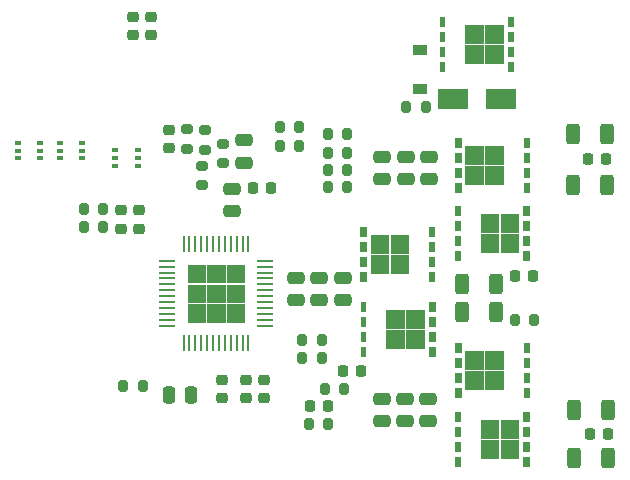
<source format=gtp>
G04 #@! TF.GenerationSoftware,KiCad,Pcbnew,6.0.1-79c1e3a40b~116~ubuntu20.04.1*
G04 #@! TF.CreationDate,2022-01-22T12:05:39+02:00*
G04 #@! TF.ProjectId,opm-inline,6f706d2d-696e-46c6-996e-652e6b696361,rev?*
G04 #@! TF.SameCoordinates,Original*
G04 #@! TF.FileFunction,Paste,Top*
G04 #@! TF.FilePolarity,Positive*
%FSLAX46Y46*%
G04 Gerber Fmt 4.6, Leading zero omitted, Abs format (unit mm)*
G04 Created by KiCad (PCBNEW 6.0.1-79c1e3a40b~116~ubuntu20.04.1) date 2022-01-22 12:05:39*
%MOMM*%
%LPD*%
G01*
G04 APERTURE LIST*
G04 Aperture macros list*
%AMRoundRect*
0 Rectangle with rounded corners*
0 $1 Rounding radius*
0 $2 $3 $4 $5 $6 $7 $8 $9 X,Y pos of 4 corners*
0 Add a 4 corners polygon primitive as box body*
4,1,4,$2,$3,$4,$5,$6,$7,$8,$9,$2,$3,0*
0 Add four circle primitives for the rounded corners*
1,1,$1+$1,$2,$3*
1,1,$1+$1,$4,$5*
1,1,$1+$1,$6,$7*
1,1,$1+$1,$8,$9*
0 Add four rect primitives between the rounded corners*
20,1,$1+$1,$2,$3,$4,$5,0*
20,1,$1+$1,$4,$5,$6,$7,0*
20,1,$1+$1,$6,$7,$8,$9,0*
20,1,$1+$1,$8,$9,$2,$3,0*%
G04 Aperture macros list end*
%ADD10C,0.100000*%
%ADD11C,0.010000*%
%ADD12RoundRect,0.225000X0.250000X-0.225000X0.250000X0.225000X-0.250000X0.225000X-0.250000X-0.225000X0*%
%ADD13RoundRect,0.225000X0.225000X0.250000X-0.225000X0.250000X-0.225000X-0.250000X0.225000X-0.250000X0*%
%ADD14RoundRect,0.225000X-0.225000X-0.250000X0.225000X-0.250000X0.225000X0.250000X-0.225000X0.250000X0*%
%ADD15RoundRect,0.225000X-0.250000X0.225000X-0.250000X-0.225000X0.250000X-0.225000X0.250000X0.225000X0*%
%ADD16RoundRect,0.218750X0.256250X-0.218750X0.256250X0.218750X-0.256250X0.218750X-0.256250X-0.218750X0*%
%ADD17R,0.279400X1.346200*%
%ADD18R,1.346200X0.279400*%
%ADD19RoundRect,0.200000X0.200000X0.275000X-0.200000X0.275000X-0.200000X-0.275000X0.200000X-0.275000X0*%
%ADD20RoundRect,0.200000X0.275000X-0.200000X0.275000X0.200000X-0.275000X0.200000X-0.275000X-0.200000X0*%
%ADD21RoundRect,0.200000X-0.200000X-0.275000X0.200000X-0.275000X0.200000X0.275000X-0.200000X0.275000X0*%
%ADD22RoundRect,0.250000X0.475000X-0.250000X0.475000X0.250000X-0.475000X0.250000X-0.475000X-0.250000X0*%
%ADD23RoundRect,0.250000X0.250000X0.475000X-0.250000X0.475000X-0.250000X-0.475000X0.250000X-0.475000X0*%
%ADD24RoundRect,0.250000X0.312500X0.625000X-0.312500X0.625000X-0.312500X-0.625000X0.312500X-0.625000X0*%
%ADD25RoundRect,0.250000X-0.475000X0.250000X-0.475000X-0.250000X0.475000X-0.250000X0.475000X0.250000X0*%
%ADD26R,1.200000X0.900000*%
%ADD27R,2.500000X1.800000*%
%ADD28R,0.499999X0.399999*%
G04 APERTURE END LIST*
D10*
G04 #@! TO.C,IC1*
X151156034Y-88538100D02*
X149688100Y-88538100D01*
X149688100Y-88538100D02*
X149688100Y-90006034D01*
X149688100Y-90006034D02*
X151156034Y-90006034D01*
X151156034Y-90006034D02*
X151156034Y-88538100D01*
G36*
X151156034Y-90006034D02*
G01*
X149688100Y-90006034D01*
X149688100Y-88538100D01*
X151156034Y-88538100D01*
X151156034Y-90006034D01*
G37*
X151156034Y-90006034D02*
X149688100Y-90006034D01*
X149688100Y-88538100D01*
X151156034Y-88538100D01*
X151156034Y-90006034D01*
X152823967Y-88538100D02*
X151356033Y-88538100D01*
X151356033Y-88538100D02*
X151356033Y-90006034D01*
X151356033Y-90006034D02*
X152823967Y-90006034D01*
X152823967Y-90006034D02*
X152823967Y-88538100D01*
G36*
X152823967Y-90006034D02*
G01*
X151356033Y-90006034D01*
X151356033Y-88538100D01*
X152823967Y-88538100D01*
X152823967Y-90006034D01*
G37*
X152823967Y-90006034D02*
X151356033Y-90006034D01*
X151356033Y-88538100D01*
X152823967Y-88538100D01*
X152823967Y-90006034D01*
X151156034Y-91873966D02*
X149688100Y-91873966D01*
X149688100Y-91873966D02*
X149688100Y-93341900D01*
X149688100Y-93341900D02*
X151156034Y-93341900D01*
X151156034Y-93341900D02*
X151156034Y-91873966D01*
G36*
X151156034Y-93341900D02*
G01*
X149688100Y-93341900D01*
X149688100Y-91873966D01*
X151156034Y-91873966D01*
X151156034Y-93341900D01*
G37*
X151156034Y-93341900D02*
X149688100Y-93341900D01*
X149688100Y-91873966D01*
X151156034Y-91873966D01*
X151156034Y-93341900D01*
X152823967Y-90206033D02*
X151356033Y-90206033D01*
X151356033Y-90206033D02*
X151356033Y-91673967D01*
X151356033Y-91673967D02*
X152823967Y-91673967D01*
X152823967Y-91673967D02*
X152823967Y-90206033D01*
G36*
X152823967Y-91673967D02*
G01*
X151356033Y-91673967D01*
X151356033Y-90206033D01*
X152823967Y-90206033D01*
X152823967Y-91673967D01*
G37*
X152823967Y-91673967D02*
X151356033Y-91673967D01*
X151356033Y-90206033D01*
X152823967Y-90206033D01*
X152823967Y-91673967D01*
X154491900Y-90206033D02*
X153023966Y-90206033D01*
X153023966Y-90206033D02*
X153023966Y-91673967D01*
X153023966Y-91673967D02*
X154491900Y-91673967D01*
X154491900Y-91673967D02*
X154491900Y-90206033D01*
G36*
X154491900Y-91673967D02*
G01*
X153023966Y-91673967D01*
X153023966Y-90206033D01*
X154491900Y-90206033D01*
X154491900Y-91673967D01*
G37*
X154491900Y-91673967D02*
X153023966Y-91673967D01*
X153023966Y-90206033D01*
X154491900Y-90206033D01*
X154491900Y-91673967D01*
X151156034Y-90206033D02*
X149688100Y-90206033D01*
X149688100Y-90206033D02*
X149688100Y-91673967D01*
X149688100Y-91673967D02*
X151156034Y-91673967D01*
X151156034Y-91673967D02*
X151156034Y-90206033D01*
G36*
X151156034Y-91673967D02*
G01*
X149688100Y-91673967D01*
X149688100Y-90206033D01*
X151156034Y-90206033D01*
X151156034Y-91673967D01*
G37*
X151156034Y-91673967D02*
X149688100Y-91673967D01*
X149688100Y-90206033D01*
X151156034Y-90206033D01*
X151156034Y-91673967D01*
X154491900Y-91873966D02*
X153023966Y-91873966D01*
X153023966Y-91873966D02*
X153023966Y-93341900D01*
X153023966Y-93341900D02*
X154491900Y-93341900D01*
X154491900Y-93341900D02*
X154491900Y-91873966D01*
G36*
X154491900Y-93341900D02*
G01*
X153023966Y-93341900D01*
X153023966Y-91873966D01*
X154491900Y-91873966D01*
X154491900Y-93341900D01*
G37*
X154491900Y-93341900D02*
X153023966Y-93341900D01*
X153023966Y-91873966D01*
X154491900Y-91873966D01*
X154491900Y-93341900D01*
X154491900Y-88538100D02*
X153023966Y-88538100D01*
X153023966Y-88538100D02*
X153023966Y-90006034D01*
X153023966Y-90006034D02*
X154491900Y-90006034D01*
X154491900Y-90006034D02*
X154491900Y-88538100D01*
G36*
X154491900Y-90006034D02*
G01*
X153023966Y-90006034D01*
X153023966Y-88538100D01*
X154491900Y-88538100D01*
X154491900Y-90006034D01*
G37*
X154491900Y-90006034D02*
X153023966Y-90006034D01*
X153023966Y-88538100D01*
X154491900Y-88538100D01*
X154491900Y-90006034D01*
X152823967Y-91873966D02*
X151356033Y-91873966D01*
X151356033Y-91873966D02*
X151356033Y-93341900D01*
X151356033Y-93341900D02*
X152823967Y-93341900D01*
X152823967Y-93341900D02*
X152823967Y-91873966D01*
G36*
X152823967Y-93341900D02*
G01*
X151356033Y-93341900D01*
X151356033Y-91873966D01*
X152823967Y-91873966D01*
X152823967Y-93341900D01*
G37*
X152823967Y-93341900D02*
X151356033Y-93341900D01*
X151356033Y-91873966D01*
X152823967Y-91873966D01*
X152823967Y-93341900D01*
D11*
G04 #@! TO.C,Q1*
X174700000Y-81710000D02*
X173200000Y-81710000D01*
X173200000Y-81710000D02*
X173200000Y-80210000D01*
X173200000Y-80210000D02*
X174700000Y-80210000D01*
X174700000Y-80210000D02*
X174700000Y-81710000D01*
G36*
X174700000Y-81710000D02*
G01*
X173200000Y-81710000D01*
X173200000Y-80210000D01*
X174700000Y-80210000D01*
X174700000Y-81710000D01*
G37*
X174700000Y-81710000D02*
X173200000Y-81710000D01*
X173200000Y-80210000D01*
X174700000Y-80210000D01*
X174700000Y-81710000D01*
X172795000Y-82390000D02*
X172295000Y-82390000D01*
X172295000Y-82390000D02*
X172295000Y-81640000D01*
X172295000Y-81640000D02*
X172795000Y-81640000D01*
X172795000Y-81640000D02*
X172795000Y-82390000D01*
G36*
X172795000Y-82390000D02*
G01*
X172295000Y-82390000D01*
X172295000Y-81640000D01*
X172795000Y-81640000D01*
X172795000Y-82390000D01*
G37*
X172795000Y-82390000D02*
X172295000Y-82390000D01*
X172295000Y-81640000D01*
X172795000Y-81640000D01*
X172795000Y-82390000D01*
X172795000Y-79850000D02*
X172295000Y-79850000D01*
X172295000Y-79850000D02*
X172295000Y-79100000D01*
X172295000Y-79100000D02*
X172795000Y-79100000D01*
X172795000Y-79100000D02*
X172795000Y-79850000D01*
G36*
X172795000Y-79850000D02*
G01*
X172295000Y-79850000D01*
X172295000Y-79100000D01*
X172795000Y-79100000D01*
X172795000Y-79850000D01*
G37*
X172795000Y-79850000D02*
X172295000Y-79850000D01*
X172295000Y-79100000D01*
X172795000Y-79100000D01*
X172795000Y-79850000D01*
X178550000Y-79850000D02*
X178150000Y-79850000D01*
X178150000Y-79850000D02*
X178150000Y-79100000D01*
X178150000Y-79100000D02*
X178550000Y-79100000D01*
X178550000Y-79100000D02*
X178550000Y-79850000D01*
G36*
X178550000Y-79850000D02*
G01*
X178150000Y-79850000D01*
X178150000Y-79100000D01*
X178550000Y-79100000D01*
X178550000Y-79850000D01*
G37*
X178550000Y-79850000D02*
X178150000Y-79850000D01*
X178150000Y-79100000D01*
X178550000Y-79100000D01*
X178550000Y-79850000D01*
X174700000Y-80010000D02*
X173200000Y-80010000D01*
X173200000Y-80010000D02*
X173200000Y-78510000D01*
X173200000Y-78510000D02*
X174700000Y-78510000D01*
X174700000Y-78510000D02*
X174700000Y-80010000D01*
G36*
X174700000Y-80010000D02*
G01*
X173200000Y-80010000D01*
X173200000Y-78510000D01*
X174700000Y-78510000D01*
X174700000Y-80010000D01*
G37*
X174700000Y-80010000D02*
X173200000Y-80010000D01*
X173200000Y-78510000D01*
X174700000Y-78510000D01*
X174700000Y-80010000D01*
X172795000Y-81120000D02*
X172295000Y-81120000D01*
X172295000Y-81120000D02*
X172295000Y-80370000D01*
X172295000Y-80370000D02*
X172795000Y-80370000D01*
X172795000Y-80370000D02*
X172795000Y-81120000D01*
G36*
X172795000Y-81120000D02*
G01*
X172295000Y-81120000D01*
X172295000Y-80370000D01*
X172795000Y-80370000D01*
X172795000Y-81120000D01*
G37*
X172795000Y-81120000D02*
X172295000Y-81120000D01*
X172295000Y-80370000D01*
X172795000Y-80370000D01*
X172795000Y-81120000D01*
X178550000Y-81120000D02*
X178150000Y-81120000D01*
X178150000Y-81120000D02*
X178150000Y-80370000D01*
X178150000Y-80370000D02*
X178550000Y-80370000D01*
X178550000Y-80370000D02*
X178550000Y-81120000D01*
G36*
X178550000Y-81120000D02*
G01*
X178150000Y-81120000D01*
X178150000Y-80370000D01*
X178550000Y-80370000D01*
X178550000Y-81120000D01*
G37*
X178550000Y-81120000D02*
X178150000Y-81120000D01*
X178150000Y-80370000D01*
X178550000Y-80370000D01*
X178550000Y-81120000D01*
X178550000Y-82390000D02*
X178150000Y-82390000D01*
X178150000Y-82390000D02*
X178150000Y-81640000D01*
X178150000Y-81640000D02*
X178550000Y-81640000D01*
X178550000Y-81640000D02*
X178550000Y-82390000D01*
G36*
X178550000Y-82390000D02*
G01*
X178150000Y-82390000D01*
X178150000Y-81640000D01*
X178550000Y-81640000D01*
X178550000Y-82390000D01*
G37*
X178550000Y-82390000D02*
X178150000Y-82390000D01*
X178150000Y-81640000D01*
X178550000Y-81640000D01*
X178550000Y-82390000D01*
X176400000Y-81710000D02*
X174900000Y-81710000D01*
X174900000Y-81710000D02*
X174900000Y-80210000D01*
X174900000Y-80210000D02*
X176400000Y-80210000D01*
X176400000Y-80210000D02*
X176400000Y-81710000D01*
G36*
X176400000Y-81710000D02*
G01*
X174900000Y-81710000D01*
X174900000Y-80210000D01*
X176400000Y-80210000D01*
X176400000Y-81710000D01*
G37*
X176400000Y-81710000D02*
X174900000Y-81710000D01*
X174900000Y-80210000D01*
X176400000Y-80210000D01*
X176400000Y-81710000D01*
X176400000Y-80010000D02*
X174900000Y-80010000D01*
X174900000Y-80010000D02*
X174900000Y-78510000D01*
X174900000Y-78510000D02*
X176400000Y-78510000D01*
X176400000Y-78510000D02*
X176400000Y-80010000D01*
G36*
X176400000Y-80010000D02*
G01*
X174900000Y-80010000D01*
X174900000Y-78510000D01*
X176400000Y-78510000D01*
X176400000Y-80010000D01*
G37*
X176400000Y-80010000D02*
X174900000Y-80010000D01*
X174900000Y-78510000D01*
X176400000Y-78510000D01*
X176400000Y-80010000D01*
X178550000Y-78580000D02*
X178150000Y-78580000D01*
X178150000Y-78580000D02*
X178150000Y-77830000D01*
X178150000Y-77830000D02*
X178550000Y-77830000D01*
X178550000Y-77830000D02*
X178550000Y-78580000D01*
G36*
X178550000Y-78580000D02*
G01*
X178150000Y-78580000D01*
X178150000Y-77830000D01*
X178550000Y-77830000D01*
X178550000Y-78580000D01*
G37*
X178550000Y-78580000D02*
X178150000Y-78580000D01*
X178150000Y-77830000D01*
X178550000Y-77830000D01*
X178550000Y-78580000D01*
X172795000Y-78580000D02*
X172295000Y-78580000D01*
X172295000Y-78580000D02*
X172295000Y-77830000D01*
X172295000Y-77830000D02*
X172795000Y-77830000D01*
X172795000Y-77830000D02*
X172795000Y-78580000D01*
G36*
X172795000Y-78580000D02*
G01*
X172295000Y-78580000D01*
X172295000Y-77830000D01*
X172795000Y-77830000D01*
X172795000Y-78580000D01*
G37*
X172795000Y-78580000D02*
X172295000Y-78580000D01*
X172295000Y-77830000D01*
X172795000Y-77830000D01*
X172795000Y-78580000D01*
G04 #@! TO.C,Q2*
X174500000Y-85960000D02*
X176000000Y-85960000D01*
X176000000Y-85960000D02*
X176000000Y-87460000D01*
X176000000Y-87460000D02*
X174500000Y-87460000D01*
X174500000Y-87460000D02*
X174500000Y-85960000D01*
G36*
X176000000Y-87460000D02*
G01*
X174500000Y-87460000D01*
X174500000Y-85960000D01*
X176000000Y-85960000D01*
X176000000Y-87460000D01*
G37*
X176000000Y-87460000D02*
X174500000Y-87460000D01*
X174500000Y-85960000D01*
X176000000Y-85960000D01*
X176000000Y-87460000D01*
X176200000Y-84260000D02*
X177700000Y-84260000D01*
X177700000Y-84260000D02*
X177700000Y-85760000D01*
X177700000Y-85760000D02*
X176200000Y-85760000D01*
X176200000Y-85760000D02*
X176200000Y-84260000D01*
G36*
X177700000Y-85760000D02*
G01*
X176200000Y-85760000D01*
X176200000Y-84260000D01*
X177700000Y-84260000D01*
X177700000Y-85760000D01*
G37*
X177700000Y-85760000D02*
X176200000Y-85760000D01*
X176200000Y-84260000D01*
X177700000Y-84260000D01*
X177700000Y-85760000D01*
X178105000Y-83580000D02*
X178605000Y-83580000D01*
X178605000Y-83580000D02*
X178605000Y-84330000D01*
X178605000Y-84330000D02*
X178105000Y-84330000D01*
X178105000Y-84330000D02*
X178105000Y-83580000D01*
G36*
X178605000Y-84330000D02*
G01*
X178105000Y-84330000D01*
X178105000Y-83580000D01*
X178605000Y-83580000D01*
X178605000Y-84330000D01*
G37*
X178605000Y-84330000D02*
X178105000Y-84330000D01*
X178105000Y-83580000D01*
X178605000Y-83580000D01*
X178605000Y-84330000D01*
X178105000Y-87390000D02*
X178605000Y-87390000D01*
X178605000Y-87390000D02*
X178605000Y-88140000D01*
X178605000Y-88140000D02*
X178105000Y-88140000D01*
X178105000Y-88140000D02*
X178105000Y-87390000D01*
G36*
X178605000Y-88140000D02*
G01*
X178105000Y-88140000D01*
X178105000Y-87390000D01*
X178605000Y-87390000D01*
X178605000Y-88140000D01*
G37*
X178605000Y-88140000D02*
X178105000Y-88140000D01*
X178105000Y-87390000D01*
X178605000Y-87390000D01*
X178605000Y-88140000D01*
X172350000Y-86120000D02*
X172750000Y-86120000D01*
X172750000Y-86120000D02*
X172750000Y-86870000D01*
X172750000Y-86870000D02*
X172350000Y-86870000D01*
X172350000Y-86870000D02*
X172350000Y-86120000D01*
G36*
X172750000Y-86870000D02*
G01*
X172350000Y-86870000D01*
X172350000Y-86120000D01*
X172750000Y-86120000D01*
X172750000Y-86870000D01*
G37*
X172750000Y-86870000D02*
X172350000Y-86870000D01*
X172350000Y-86120000D01*
X172750000Y-86120000D01*
X172750000Y-86870000D01*
X176200000Y-85960000D02*
X177700000Y-85960000D01*
X177700000Y-85960000D02*
X177700000Y-87460000D01*
X177700000Y-87460000D02*
X176200000Y-87460000D01*
X176200000Y-87460000D02*
X176200000Y-85960000D01*
G36*
X177700000Y-87460000D02*
G01*
X176200000Y-87460000D01*
X176200000Y-85960000D01*
X177700000Y-85960000D01*
X177700000Y-87460000D01*
G37*
X177700000Y-87460000D02*
X176200000Y-87460000D01*
X176200000Y-85960000D01*
X177700000Y-85960000D01*
X177700000Y-87460000D01*
X174500000Y-84260000D02*
X176000000Y-84260000D01*
X176000000Y-84260000D02*
X176000000Y-85760000D01*
X176000000Y-85760000D02*
X174500000Y-85760000D01*
X174500000Y-85760000D02*
X174500000Y-84260000D01*
G36*
X176000000Y-85760000D02*
G01*
X174500000Y-85760000D01*
X174500000Y-84260000D01*
X176000000Y-84260000D01*
X176000000Y-85760000D01*
G37*
X176000000Y-85760000D02*
X174500000Y-85760000D01*
X174500000Y-84260000D01*
X176000000Y-84260000D01*
X176000000Y-85760000D01*
X178105000Y-84850000D02*
X178605000Y-84850000D01*
X178605000Y-84850000D02*
X178605000Y-85600000D01*
X178605000Y-85600000D02*
X178105000Y-85600000D01*
X178105000Y-85600000D02*
X178105000Y-84850000D01*
G36*
X178605000Y-85600000D02*
G01*
X178105000Y-85600000D01*
X178105000Y-84850000D01*
X178605000Y-84850000D01*
X178605000Y-85600000D01*
G37*
X178605000Y-85600000D02*
X178105000Y-85600000D01*
X178105000Y-84850000D01*
X178605000Y-84850000D01*
X178605000Y-85600000D01*
X172350000Y-84850000D02*
X172750000Y-84850000D01*
X172750000Y-84850000D02*
X172750000Y-85600000D01*
X172750000Y-85600000D02*
X172350000Y-85600000D01*
X172350000Y-85600000D02*
X172350000Y-84850000D01*
G36*
X172750000Y-85600000D02*
G01*
X172350000Y-85600000D01*
X172350000Y-84850000D01*
X172750000Y-84850000D01*
X172750000Y-85600000D01*
G37*
X172750000Y-85600000D02*
X172350000Y-85600000D01*
X172350000Y-84850000D01*
X172750000Y-84850000D01*
X172750000Y-85600000D01*
X172350000Y-83580000D02*
X172750000Y-83580000D01*
X172750000Y-83580000D02*
X172750000Y-84330000D01*
X172750000Y-84330000D02*
X172350000Y-84330000D01*
X172350000Y-84330000D02*
X172350000Y-83580000D01*
G36*
X172750000Y-84330000D02*
G01*
X172350000Y-84330000D01*
X172350000Y-83580000D01*
X172750000Y-83580000D01*
X172750000Y-84330000D01*
G37*
X172750000Y-84330000D02*
X172350000Y-84330000D01*
X172350000Y-83580000D01*
X172750000Y-83580000D01*
X172750000Y-84330000D01*
X178105000Y-86120000D02*
X178605000Y-86120000D01*
X178605000Y-86120000D02*
X178605000Y-86870000D01*
X178605000Y-86870000D02*
X178105000Y-86870000D01*
X178105000Y-86870000D02*
X178105000Y-86120000D01*
G36*
X178605000Y-86870000D02*
G01*
X178105000Y-86870000D01*
X178105000Y-86120000D01*
X178605000Y-86120000D01*
X178605000Y-86870000D01*
G37*
X178605000Y-86870000D02*
X178105000Y-86870000D01*
X178105000Y-86120000D01*
X178605000Y-86120000D01*
X178605000Y-86870000D01*
X172350000Y-87390000D02*
X172750000Y-87390000D01*
X172750000Y-87390000D02*
X172750000Y-88140000D01*
X172750000Y-88140000D02*
X172350000Y-88140000D01*
X172350000Y-88140000D02*
X172350000Y-87390000D01*
G36*
X172750000Y-88140000D02*
G01*
X172350000Y-88140000D01*
X172350000Y-87390000D01*
X172750000Y-87390000D01*
X172750000Y-88140000D01*
G37*
X172750000Y-88140000D02*
X172350000Y-88140000D01*
X172350000Y-87390000D01*
X172750000Y-87390000D01*
X172750000Y-88140000D01*
G04 #@! TO.C,Q3*
X172795000Y-98430000D02*
X172295000Y-98430000D01*
X172295000Y-98430000D02*
X172295000Y-97680000D01*
X172295000Y-97680000D02*
X172795000Y-97680000D01*
X172795000Y-97680000D02*
X172795000Y-98430000D01*
G36*
X172795000Y-98430000D02*
G01*
X172295000Y-98430000D01*
X172295000Y-97680000D01*
X172795000Y-97680000D01*
X172795000Y-98430000D01*
G37*
X172795000Y-98430000D02*
X172295000Y-98430000D01*
X172295000Y-97680000D01*
X172795000Y-97680000D01*
X172795000Y-98430000D01*
X178550000Y-99700000D02*
X178150000Y-99700000D01*
X178150000Y-99700000D02*
X178150000Y-98950000D01*
X178150000Y-98950000D02*
X178550000Y-98950000D01*
X178550000Y-98950000D02*
X178550000Y-99700000D01*
G36*
X178550000Y-99700000D02*
G01*
X178150000Y-99700000D01*
X178150000Y-98950000D01*
X178550000Y-98950000D01*
X178550000Y-99700000D01*
G37*
X178550000Y-99700000D02*
X178150000Y-99700000D01*
X178150000Y-98950000D01*
X178550000Y-98950000D01*
X178550000Y-99700000D01*
X172795000Y-97160000D02*
X172295000Y-97160000D01*
X172295000Y-97160000D02*
X172295000Y-96410000D01*
X172295000Y-96410000D02*
X172795000Y-96410000D01*
X172795000Y-96410000D02*
X172795000Y-97160000D01*
G36*
X172795000Y-97160000D02*
G01*
X172295000Y-97160000D01*
X172295000Y-96410000D01*
X172795000Y-96410000D01*
X172795000Y-97160000D01*
G37*
X172795000Y-97160000D02*
X172295000Y-97160000D01*
X172295000Y-96410000D01*
X172795000Y-96410000D01*
X172795000Y-97160000D01*
X176400000Y-99020000D02*
X174900000Y-99020000D01*
X174900000Y-99020000D02*
X174900000Y-97520000D01*
X174900000Y-97520000D02*
X176400000Y-97520000D01*
X176400000Y-97520000D02*
X176400000Y-99020000D01*
G36*
X176400000Y-99020000D02*
G01*
X174900000Y-99020000D01*
X174900000Y-97520000D01*
X176400000Y-97520000D01*
X176400000Y-99020000D01*
G37*
X176400000Y-99020000D02*
X174900000Y-99020000D01*
X174900000Y-97520000D01*
X176400000Y-97520000D01*
X176400000Y-99020000D01*
X174700000Y-99020000D02*
X173200000Y-99020000D01*
X173200000Y-99020000D02*
X173200000Y-97520000D01*
X173200000Y-97520000D02*
X174700000Y-97520000D01*
X174700000Y-97520000D02*
X174700000Y-99020000D01*
G36*
X174700000Y-99020000D02*
G01*
X173200000Y-99020000D01*
X173200000Y-97520000D01*
X174700000Y-97520000D01*
X174700000Y-99020000D01*
G37*
X174700000Y-99020000D02*
X173200000Y-99020000D01*
X173200000Y-97520000D01*
X174700000Y-97520000D01*
X174700000Y-99020000D01*
X174700000Y-97320000D02*
X173200000Y-97320000D01*
X173200000Y-97320000D02*
X173200000Y-95820000D01*
X173200000Y-95820000D02*
X174700000Y-95820000D01*
X174700000Y-95820000D02*
X174700000Y-97320000D01*
G36*
X174700000Y-97320000D02*
G01*
X173200000Y-97320000D01*
X173200000Y-95820000D01*
X174700000Y-95820000D01*
X174700000Y-97320000D01*
G37*
X174700000Y-97320000D02*
X173200000Y-97320000D01*
X173200000Y-95820000D01*
X174700000Y-95820000D01*
X174700000Y-97320000D01*
X178550000Y-97160000D02*
X178150000Y-97160000D01*
X178150000Y-97160000D02*
X178150000Y-96410000D01*
X178150000Y-96410000D02*
X178550000Y-96410000D01*
X178550000Y-96410000D02*
X178550000Y-97160000D01*
G36*
X178550000Y-97160000D02*
G01*
X178150000Y-97160000D01*
X178150000Y-96410000D01*
X178550000Y-96410000D01*
X178550000Y-97160000D01*
G37*
X178550000Y-97160000D02*
X178150000Y-97160000D01*
X178150000Y-96410000D01*
X178550000Y-96410000D01*
X178550000Y-97160000D01*
X172795000Y-95890000D02*
X172295000Y-95890000D01*
X172295000Y-95890000D02*
X172295000Y-95140000D01*
X172295000Y-95140000D02*
X172795000Y-95140000D01*
X172795000Y-95140000D02*
X172795000Y-95890000D01*
G36*
X172795000Y-95890000D02*
G01*
X172295000Y-95890000D01*
X172295000Y-95140000D01*
X172795000Y-95140000D01*
X172795000Y-95890000D01*
G37*
X172795000Y-95890000D02*
X172295000Y-95890000D01*
X172295000Y-95140000D01*
X172795000Y-95140000D01*
X172795000Y-95890000D01*
X172795000Y-99700000D02*
X172295000Y-99700000D01*
X172295000Y-99700000D02*
X172295000Y-98950000D01*
X172295000Y-98950000D02*
X172795000Y-98950000D01*
X172795000Y-98950000D02*
X172795000Y-99700000D01*
G36*
X172795000Y-99700000D02*
G01*
X172295000Y-99700000D01*
X172295000Y-98950000D01*
X172795000Y-98950000D01*
X172795000Y-99700000D01*
G37*
X172795000Y-99700000D02*
X172295000Y-99700000D01*
X172295000Y-98950000D01*
X172795000Y-98950000D01*
X172795000Y-99700000D01*
X178550000Y-95890000D02*
X178150000Y-95890000D01*
X178150000Y-95890000D02*
X178150000Y-95140000D01*
X178150000Y-95140000D02*
X178550000Y-95140000D01*
X178550000Y-95140000D02*
X178550000Y-95890000D01*
G36*
X178550000Y-95890000D02*
G01*
X178150000Y-95890000D01*
X178150000Y-95140000D01*
X178550000Y-95140000D01*
X178550000Y-95890000D01*
G37*
X178550000Y-95890000D02*
X178150000Y-95890000D01*
X178150000Y-95140000D01*
X178550000Y-95140000D01*
X178550000Y-95890000D01*
X178550000Y-98430000D02*
X178150000Y-98430000D01*
X178150000Y-98430000D02*
X178150000Y-97680000D01*
X178150000Y-97680000D02*
X178550000Y-97680000D01*
X178550000Y-97680000D02*
X178550000Y-98430000D01*
G36*
X178550000Y-98430000D02*
G01*
X178150000Y-98430000D01*
X178150000Y-97680000D01*
X178550000Y-97680000D01*
X178550000Y-98430000D01*
G37*
X178550000Y-98430000D02*
X178150000Y-98430000D01*
X178150000Y-97680000D01*
X178550000Y-97680000D01*
X178550000Y-98430000D01*
X176400000Y-97320000D02*
X174900000Y-97320000D01*
X174900000Y-97320000D02*
X174900000Y-95820000D01*
X174900000Y-95820000D02*
X176400000Y-95820000D01*
X176400000Y-95820000D02*
X176400000Y-97320000D01*
G36*
X176400000Y-97320000D02*
G01*
X174900000Y-97320000D01*
X174900000Y-95820000D01*
X176400000Y-95820000D01*
X176400000Y-97320000D01*
G37*
X176400000Y-97320000D02*
X174900000Y-97320000D01*
X174900000Y-95820000D01*
X176400000Y-95820000D01*
X176400000Y-97320000D01*
G04 #@! TO.C,Q4*
X172350000Y-102260000D02*
X172750000Y-102260000D01*
X172750000Y-102260000D02*
X172750000Y-103010000D01*
X172750000Y-103010000D02*
X172350000Y-103010000D01*
X172350000Y-103010000D02*
X172350000Y-102260000D01*
G36*
X172750000Y-103010000D02*
G01*
X172350000Y-103010000D01*
X172350000Y-102260000D01*
X172750000Y-102260000D01*
X172750000Y-103010000D01*
G37*
X172750000Y-103010000D02*
X172350000Y-103010000D01*
X172350000Y-102260000D01*
X172750000Y-102260000D01*
X172750000Y-103010000D01*
X178105000Y-103530000D02*
X178605000Y-103530000D01*
X178605000Y-103530000D02*
X178605000Y-104280000D01*
X178605000Y-104280000D02*
X178105000Y-104280000D01*
X178105000Y-104280000D02*
X178105000Y-103530000D01*
G36*
X178605000Y-104280000D02*
G01*
X178105000Y-104280000D01*
X178105000Y-103530000D01*
X178605000Y-103530000D01*
X178605000Y-104280000D01*
G37*
X178605000Y-104280000D02*
X178105000Y-104280000D01*
X178105000Y-103530000D01*
X178605000Y-103530000D01*
X178605000Y-104280000D01*
X178105000Y-104800000D02*
X178605000Y-104800000D01*
X178605000Y-104800000D02*
X178605000Y-105550000D01*
X178605000Y-105550000D02*
X178105000Y-105550000D01*
X178105000Y-105550000D02*
X178105000Y-104800000D01*
G36*
X178605000Y-105550000D02*
G01*
X178105000Y-105550000D01*
X178105000Y-104800000D01*
X178605000Y-104800000D01*
X178605000Y-105550000D01*
G37*
X178605000Y-105550000D02*
X178105000Y-105550000D01*
X178105000Y-104800000D01*
X178605000Y-104800000D01*
X178605000Y-105550000D01*
X174500000Y-101670000D02*
X176000000Y-101670000D01*
X176000000Y-101670000D02*
X176000000Y-103170000D01*
X176000000Y-103170000D02*
X174500000Y-103170000D01*
X174500000Y-103170000D02*
X174500000Y-101670000D01*
G36*
X176000000Y-103170000D02*
G01*
X174500000Y-103170000D01*
X174500000Y-101670000D01*
X176000000Y-101670000D01*
X176000000Y-103170000D01*
G37*
X176000000Y-103170000D02*
X174500000Y-103170000D01*
X174500000Y-101670000D01*
X176000000Y-101670000D01*
X176000000Y-103170000D01*
X172350000Y-104800000D02*
X172750000Y-104800000D01*
X172750000Y-104800000D02*
X172750000Y-105550000D01*
X172750000Y-105550000D02*
X172350000Y-105550000D01*
X172350000Y-105550000D02*
X172350000Y-104800000D01*
G36*
X172750000Y-105550000D02*
G01*
X172350000Y-105550000D01*
X172350000Y-104800000D01*
X172750000Y-104800000D01*
X172750000Y-105550000D01*
G37*
X172750000Y-105550000D02*
X172350000Y-105550000D01*
X172350000Y-104800000D01*
X172750000Y-104800000D01*
X172750000Y-105550000D01*
X178105000Y-102260000D02*
X178605000Y-102260000D01*
X178605000Y-102260000D02*
X178605000Y-103010000D01*
X178605000Y-103010000D02*
X178105000Y-103010000D01*
X178105000Y-103010000D02*
X178105000Y-102260000D01*
G36*
X178605000Y-103010000D02*
G01*
X178105000Y-103010000D01*
X178105000Y-102260000D01*
X178605000Y-102260000D01*
X178605000Y-103010000D01*
G37*
X178605000Y-103010000D02*
X178105000Y-103010000D01*
X178105000Y-102260000D01*
X178605000Y-102260000D01*
X178605000Y-103010000D01*
X176200000Y-103370000D02*
X177700000Y-103370000D01*
X177700000Y-103370000D02*
X177700000Y-104870000D01*
X177700000Y-104870000D02*
X176200000Y-104870000D01*
X176200000Y-104870000D02*
X176200000Y-103370000D01*
G36*
X177700000Y-104870000D02*
G01*
X176200000Y-104870000D01*
X176200000Y-103370000D01*
X177700000Y-103370000D01*
X177700000Y-104870000D01*
G37*
X177700000Y-104870000D02*
X176200000Y-104870000D01*
X176200000Y-103370000D01*
X177700000Y-103370000D01*
X177700000Y-104870000D01*
X174500000Y-103370000D02*
X176000000Y-103370000D01*
X176000000Y-103370000D02*
X176000000Y-104870000D01*
X176000000Y-104870000D02*
X174500000Y-104870000D01*
X174500000Y-104870000D02*
X174500000Y-103370000D01*
G36*
X176000000Y-104870000D02*
G01*
X174500000Y-104870000D01*
X174500000Y-103370000D01*
X176000000Y-103370000D01*
X176000000Y-104870000D01*
G37*
X176000000Y-104870000D02*
X174500000Y-104870000D01*
X174500000Y-103370000D01*
X176000000Y-103370000D01*
X176000000Y-104870000D01*
X176200000Y-101670000D02*
X177700000Y-101670000D01*
X177700000Y-101670000D02*
X177700000Y-103170000D01*
X177700000Y-103170000D02*
X176200000Y-103170000D01*
X176200000Y-103170000D02*
X176200000Y-101670000D01*
G36*
X177700000Y-103170000D02*
G01*
X176200000Y-103170000D01*
X176200000Y-101670000D01*
X177700000Y-101670000D01*
X177700000Y-103170000D01*
G37*
X177700000Y-103170000D02*
X176200000Y-103170000D01*
X176200000Y-101670000D01*
X177700000Y-101670000D01*
X177700000Y-103170000D01*
X172350000Y-103530000D02*
X172750000Y-103530000D01*
X172750000Y-103530000D02*
X172750000Y-104280000D01*
X172750000Y-104280000D02*
X172350000Y-104280000D01*
X172350000Y-104280000D02*
X172350000Y-103530000D01*
G36*
X172750000Y-104280000D02*
G01*
X172350000Y-104280000D01*
X172350000Y-103530000D01*
X172750000Y-103530000D01*
X172750000Y-104280000D01*
G37*
X172750000Y-104280000D02*
X172350000Y-104280000D01*
X172350000Y-103530000D01*
X172750000Y-103530000D01*
X172750000Y-104280000D01*
X172350000Y-100990000D02*
X172750000Y-100990000D01*
X172750000Y-100990000D02*
X172750000Y-101740000D01*
X172750000Y-101740000D02*
X172350000Y-101740000D01*
X172350000Y-101740000D02*
X172350000Y-100990000D01*
G36*
X172750000Y-101740000D02*
G01*
X172350000Y-101740000D01*
X172350000Y-100990000D01*
X172750000Y-100990000D01*
X172750000Y-101740000D01*
G37*
X172750000Y-101740000D02*
X172350000Y-101740000D01*
X172350000Y-100990000D01*
X172750000Y-100990000D01*
X172750000Y-101740000D01*
X178105000Y-100990000D02*
X178605000Y-100990000D01*
X178605000Y-100990000D02*
X178605000Y-101740000D01*
X178605000Y-101740000D02*
X178105000Y-101740000D01*
X178105000Y-101740000D02*
X178105000Y-100990000D01*
G36*
X178605000Y-101740000D02*
G01*
X178105000Y-101740000D01*
X178105000Y-100990000D01*
X178605000Y-100990000D01*
X178605000Y-101740000D01*
G37*
X178605000Y-101740000D02*
X178105000Y-101740000D01*
X178105000Y-100990000D01*
X178605000Y-100990000D01*
X178605000Y-101740000D01*
G04 #@! TO.C,Q5*
X166680000Y-89230000D02*
X165180000Y-89230000D01*
X165180000Y-89230000D02*
X165180000Y-87730000D01*
X165180000Y-87730000D02*
X166680000Y-87730000D01*
X166680000Y-87730000D02*
X166680000Y-89230000D01*
G36*
X166680000Y-89230000D02*
G01*
X165180000Y-89230000D01*
X165180000Y-87730000D01*
X166680000Y-87730000D01*
X166680000Y-89230000D01*
G37*
X166680000Y-89230000D02*
X165180000Y-89230000D01*
X165180000Y-87730000D01*
X166680000Y-87730000D01*
X166680000Y-89230000D01*
X164775000Y-88640000D02*
X164275000Y-88640000D01*
X164275000Y-88640000D02*
X164275000Y-87890000D01*
X164275000Y-87890000D02*
X164775000Y-87890000D01*
X164775000Y-87890000D02*
X164775000Y-88640000D01*
G36*
X164775000Y-88640000D02*
G01*
X164275000Y-88640000D01*
X164275000Y-87890000D01*
X164775000Y-87890000D01*
X164775000Y-88640000D01*
G37*
X164775000Y-88640000D02*
X164275000Y-88640000D01*
X164275000Y-87890000D01*
X164775000Y-87890000D01*
X164775000Y-88640000D01*
X168380000Y-87530000D02*
X166880000Y-87530000D01*
X166880000Y-87530000D02*
X166880000Y-86030000D01*
X166880000Y-86030000D02*
X168380000Y-86030000D01*
X168380000Y-86030000D02*
X168380000Y-87530000D01*
G36*
X168380000Y-87530000D02*
G01*
X166880000Y-87530000D01*
X166880000Y-86030000D01*
X168380000Y-86030000D01*
X168380000Y-87530000D01*
G37*
X168380000Y-87530000D02*
X166880000Y-87530000D01*
X166880000Y-86030000D01*
X168380000Y-86030000D01*
X168380000Y-87530000D01*
X164775000Y-87370000D02*
X164275000Y-87370000D01*
X164275000Y-87370000D02*
X164275000Y-86620000D01*
X164275000Y-86620000D02*
X164775000Y-86620000D01*
X164775000Y-86620000D02*
X164775000Y-87370000D01*
G36*
X164775000Y-87370000D02*
G01*
X164275000Y-87370000D01*
X164275000Y-86620000D01*
X164775000Y-86620000D01*
X164775000Y-87370000D01*
G37*
X164775000Y-87370000D02*
X164275000Y-87370000D01*
X164275000Y-86620000D01*
X164775000Y-86620000D01*
X164775000Y-87370000D01*
X164775000Y-89910000D02*
X164275000Y-89910000D01*
X164275000Y-89910000D02*
X164275000Y-89160000D01*
X164275000Y-89160000D02*
X164775000Y-89160000D01*
X164775000Y-89160000D02*
X164775000Y-89910000D01*
G36*
X164775000Y-89910000D02*
G01*
X164275000Y-89910000D01*
X164275000Y-89160000D01*
X164775000Y-89160000D01*
X164775000Y-89910000D01*
G37*
X164775000Y-89910000D02*
X164275000Y-89910000D01*
X164275000Y-89160000D01*
X164775000Y-89160000D01*
X164775000Y-89910000D01*
X168380000Y-89230000D02*
X166880000Y-89230000D01*
X166880000Y-89230000D02*
X166880000Y-87730000D01*
X166880000Y-87730000D02*
X168380000Y-87730000D01*
X168380000Y-87730000D02*
X168380000Y-89230000D01*
G36*
X168380000Y-89230000D02*
G01*
X166880000Y-89230000D01*
X166880000Y-87730000D01*
X168380000Y-87730000D01*
X168380000Y-89230000D01*
G37*
X168380000Y-89230000D02*
X166880000Y-89230000D01*
X166880000Y-87730000D01*
X168380000Y-87730000D01*
X168380000Y-89230000D01*
X164775000Y-86100000D02*
X164275000Y-86100000D01*
X164275000Y-86100000D02*
X164275000Y-85350000D01*
X164275000Y-85350000D02*
X164775000Y-85350000D01*
X164775000Y-85350000D02*
X164775000Y-86100000D01*
G36*
X164775000Y-86100000D02*
G01*
X164275000Y-86100000D01*
X164275000Y-85350000D01*
X164775000Y-85350000D01*
X164775000Y-86100000D01*
G37*
X164775000Y-86100000D02*
X164275000Y-86100000D01*
X164275000Y-85350000D01*
X164775000Y-85350000D01*
X164775000Y-86100000D01*
X170530000Y-88640000D02*
X170130000Y-88640000D01*
X170130000Y-88640000D02*
X170130000Y-87890000D01*
X170130000Y-87890000D02*
X170530000Y-87890000D01*
X170530000Y-87890000D02*
X170530000Y-88640000D01*
G36*
X170530000Y-88640000D02*
G01*
X170130000Y-88640000D01*
X170130000Y-87890000D01*
X170530000Y-87890000D01*
X170530000Y-88640000D01*
G37*
X170530000Y-88640000D02*
X170130000Y-88640000D01*
X170130000Y-87890000D01*
X170530000Y-87890000D01*
X170530000Y-88640000D01*
X170530000Y-89910000D02*
X170130000Y-89910000D01*
X170130000Y-89910000D02*
X170130000Y-89160000D01*
X170130000Y-89160000D02*
X170530000Y-89160000D01*
X170530000Y-89160000D02*
X170530000Y-89910000D01*
G36*
X170530000Y-89910000D02*
G01*
X170130000Y-89910000D01*
X170130000Y-89160000D01*
X170530000Y-89160000D01*
X170530000Y-89910000D01*
G37*
X170530000Y-89910000D02*
X170130000Y-89910000D01*
X170130000Y-89160000D01*
X170530000Y-89160000D01*
X170530000Y-89910000D01*
X166680000Y-87530000D02*
X165180000Y-87530000D01*
X165180000Y-87530000D02*
X165180000Y-86030000D01*
X165180000Y-86030000D02*
X166680000Y-86030000D01*
X166680000Y-86030000D02*
X166680000Y-87530000D01*
G36*
X166680000Y-87530000D02*
G01*
X165180000Y-87530000D01*
X165180000Y-86030000D01*
X166680000Y-86030000D01*
X166680000Y-87530000D01*
G37*
X166680000Y-87530000D02*
X165180000Y-87530000D01*
X165180000Y-86030000D01*
X166680000Y-86030000D01*
X166680000Y-87530000D01*
X170530000Y-87370000D02*
X170130000Y-87370000D01*
X170130000Y-87370000D02*
X170130000Y-86620000D01*
X170130000Y-86620000D02*
X170530000Y-86620000D01*
X170530000Y-86620000D02*
X170530000Y-87370000D01*
G36*
X170530000Y-87370000D02*
G01*
X170130000Y-87370000D01*
X170130000Y-86620000D01*
X170530000Y-86620000D01*
X170530000Y-87370000D01*
G37*
X170530000Y-87370000D02*
X170130000Y-87370000D01*
X170130000Y-86620000D01*
X170530000Y-86620000D01*
X170530000Y-87370000D01*
X170530000Y-86100000D02*
X170130000Y-86100000D01*
X170130000Y-86100000D02*
X170130000Y-85350000D01*
X170130000Y-85350000D02*
X170530000Y-85350000D01*
X170530000Y-85350000D02*
X170530000Y-86100000D01*
G36*
X170530000Y-86100000D02*
G01*
X170130000Y-86100000D01*
X170130000Y-85350000D01*
X170530000Y-85350000D01*
X170530000Y-86100000D01*
G37*
X170530000Y-86100000D02*
X170130000Y-86100000D01*
X170130000Y-85350000D01*
X170530000Y-85350000D01*
X170530000Y-86100000D01*
G04 #@! TO.C,Q6*
X164340000Y-91700000D02*
X164740000Y-91700000D01*
X164740000Y-91700000D02*
X164740000Y-92450000D01*
X164740000Y-92450000D02*
X164340000Y-92450000D01*
X164340000Y-92450000D02*
X164340000Y-91700000D01*
G36*
X164740000Y-92450000D02*
G01*
X164340000Y-92450000D01*
X164340000Y-91700000D01*
X164740000Y-91700000D01*
X164740000Y-92450000D01*
G37*
X164740000Y-92450000D02*
X164340000Y-92450000D01*
X164340000Y-91700000D01*
X164740000Y-91700000D01*
X164740000Y-92450000D01*
X166490000Y-92380000D02*
X167990000Y-92380000D01*
X167990000Y-92380000D02*
X167990000Y-93880000D01*
X167990000Y-93880000D02*
X166490000Y-93880000D01*
X166490000Y-93880000D02*
X166490000Y-92380000D01*
G36*
X167990000Y-93880000D02*
G01*
X166490000Y-93880000D01*
X166490000Y-92380000D01*
X167990000Y-92380000D01*
X167990000Y-93880000D01*
G37*
X167990000Y-93880000D02*
X166490000Y-93880000D01*
X166490000Y-92380000D01*
X167990000Y-92380000D01*
X167990000Y-93880000D01*
X168190000Y-94080000D02*
X169690000Y-94080000D01*
X169690000Y-94080000D02*
X169690000Y-95580000D01*
X169690000Y-95580000D02*
X168190000Y-95580000D01*
X168190000Y-95580000D02*
X168190000Y-94080000D01*
G36*
X169690000Y-95580000D02*
G01*
X168190000Y-95580000D01*
X168190000Y-94080000D01*
X169690000Y-94080000D01*
X169690000Y-95580000D01*
G37*
X169690000Y-95580000D02*
X168190000Y-95580000D01*
X168190000Y-94080000D01*
X169690000Y-94080000D01*
X169690000Y-95580000D01*
X170095000Y-91700000D02*
X170595000Y-91700000D01*
X170595000Y-91700000D02*
X170595000Y-92450000D01*
X170595000Y-92450000D02*
X170095000Y-92450000D01*
X170095000Y-92450000D02*
X170095000Y-91700000D01*
G36*
X170595000Y-92450000D02*
G01*
X170095000Y-92450000D01*
X170095000Y-91700000D01*
X170595000Y-91700000D01*
X170595000Y-92450000D01*
G37*
X170595000Y-92450000D02*
X170095000Y-92450000D01*
X170095000Y-91700000D01*
X170595000Y-91700000D01*
X170595000Y-92450000D01*
X164340000Y-94240000D02*
X164740000Y-94240000D01*
X164740000Y-94240000D02*
X164740000Y-94990000D01*
X164740000Y-94990000D02*
X164340000Y-94990000D01*
X164340000Y-94990000D02*
X164340000Y-94240000D01*
G36*
X164740000Y-94990000D02*
G01*
X164340000Y-94990000D01*
X164340000Y-94240000D01*
X164740000Y-94240000D01*
X164740000Y-94990000D01*
G37*
X164740000Y-94990000D02*
X164340000Y-94990000D01*
X164340000Y-94240000D01*
X164740000Y-94240000D01*
X164740000Y-94990000D01*
X166490000Y-94080000D02*
X167990000Y-94080000D01*
X167990000Y-94080000D02*
X167990000Y-95580000D01*
X167990000Y-95580000D02*
X166490000Y-95580000D01*
X166490000Y-95580000D02*
X166490000Y-94080000D01*
G36*
X167990000Y-95580000D02*
G01*
X166490000Y-95580000D01*
X166490000Y-94080000D01*
X167990000Y-94080000D01*
X167990000Y-95580000D01*
G37*
X167990000Y-95580000D02*
X166490000Y-95580000D01*
X166490000Y-94080000D01*
X167990000Y-94080000D01*
X167990000Y-95580000D01*
X164340000Y-92970000D02*
X164740000Y-92970000D01*
X164740000Y-92970000D02*
X164740000Y-93720000D01*
X164740000Y-93720000D02*
X164340000Y-93720000D01*
X164340000Y-93720000D02*
X164340000Y-92970000D01*
G36*
X164740000Y-93720000D02*
G01*
X164340000Y-93720000D01*
X164340000Y-92970000D01*
X164740000Y-92970000D01*
X164740000Y-93720000D01*
G37*
X164740000Y-93720000D02*
X164340000Y-93720000D01*
X164340000Y-92970000D01*
X164740000Y-92970000D01*
X164740000Y-93720000D01*
X170095000Y-95510000D02*
X170595000Y-95510000D01*
X170595000Y-95510000D02*
X170595000Y-96260000D01*
X170595000Y-96260000D02*
X170095000Y-96260000D01*
X170095000Y-96260000D02*
X170095000Y-95510000D01*
G36*
X170595000Y-96260000D02*
G01*
X170095000Y-96260000D01*
X170095000Y-95510000D01*
X170595000Y-95510000D01*
X170595000Y-96260000D01*
G37*
X170595000Y-96260000D02*
X170095000Y-96260000D01*
X170095000Y-95510000D01*
X170595000Y-95510000D01*
X170595000Y-96260000D01*
X170095000Y-94240000D02*
X170595000Y-94240000D01*
X170595000Y-94240000D02*
X170595000Y-94990000D01*
X170595000Y-94990000D02*
X170095000Y-94990000D01*
X170095000Y-94990000D02*
X170095000Y-94240000D01*
G36*
X170595000Y-94990000D02*
G01*
X170095000Y-94990000D01*
X170095000Y-94240000D01*
X170595000Y-94240000D01*
X170595000Y-94990000D01*
G37*
X170595000Y-94990000D02*
X170095000Y-94990000D01*
X170095000Y-94240000D01*
X170595000Y-94240000D01*
X170595000Y-94990000D01*
X170095000Y-92970000D02*
X170595000Y-92970000D01*
X170595000Y-92970000D02*
X170595000Y-93720000D01*
X170595000Y-93720000D02*
X170095000Y-93720000D01*
X170095000Y-93720000D02*
X170095000Y-92970000D01*
G36*
X170595000Y-93720000D02*
G01*
X170095000Y-93720000D01*
X170095000Y-92970000D01*
X170595000Y-92970000D01*
X170595000Y-93720000D01*
G37*
X170595000Y-93720000D02*
X170095000Y-93720000D01*
X170095000Y-92970000D01*
X170595000Y-92970000D01*
X170595000Y-93720000D01*
X168190000Y-92380000D02*
X169690000Y-92380000D01*
X169690000Y-92380000D02*
X169690000Y-93880000D01*
X169690000Y-93880000D02*
X168190000Y-93880000D01*
X168190000Y-93880000D02*
X168190000Y-92380000D01*
G36*
X169690000Y-93880000D02*
G01*
X168190000Y-93880000D01*
X168190000Y-92380000D01*
X169690000Y-92380000D01*
X169690000Y-93880000D01*
G37*
X169690000Y-93880000D02*
X168190000Y-93880000D01*
X168190000Y-92380000D01*
X169690000Y-92380000D01*
X169690000Y-93880000D01*
X164340000Y-95510000D02*
X164740000Y-95510000D01*
X164740000Y-95510000D02*
X164740000Y-96260000D01*
X164740000Y-96260000D02*
X164340000Y-96260000D01*
X164340000Y-96260000D02*
X164340000Y-95510000D01*
G36*
X164740000Y-96260000D02*
G01*
X164340000Y-96260000D01*
X164340000Y-95510000D01*
X164740000Y-95510000D01*
X164740000Y-96260000D01*
G37*
X164740000Y-96260000D02*
X164340000Y-96260000D01*
X164340000Y-95510000D01*
X164740000Y-95510000D01*
X164740000Y-96260000D01*
G04 #@! TO.C,Q7*
X176772000Y-70110000D02*
X177272000Y-70110000D01*
X177272000Y-70110000D02*
X177272000Y-70860000D01*
X177272000Y-70860000D02*
X176772000Y-70860000D01*
X176772000Y-70860000D02*
X176772000Y-70110000D01*
G36*
X177272000Y-70860000D02*
G01*
X176772000Y-70860000D01*
X176772000Y-70110000D01*
X177272000Y-70110000D01*
X177272000Y-70860000D01*
G37*
X177272000Y-70860000D02*
X176772000Y-70860000D01*
X176772000Y-70110000D01*
X177272000Y-70110000D01*
X177272000Y-70860000D01*
X171017000Y-71380000D02*
X171417000Y-71380000D01*
X171417000Y-71380000D02*
X171417000Y-72130000D01*
X171417000Y-72130000D02*
X171017000Y-72130000D01*
X171017000Y-72130000D02*
X171017000Y-71380000D01*
G36*
X171417000Y-72130000D02*
G01*
X171017000Y-72130000D01*
X171017000Y-71380000D01*
X171417000Y-71380000D01*
X171417000Y-72130000D01*
G37*
X171417000Y-72130000D02*
X171017000Y-72130000D01*
X171017000Y-71380000D01*
X171417000Y-71380000D01*
X171417000Y-72130000D01*
X171017000Y-68840000D02*
X171417000Y-68840000D01*
X171417000Y-68840000D02*
X171417000Y-69590000D01*
X171417000Y-69590000D02*
X171017000Y-69590000D01*
X171017000Y-69590000D02*
X171017000Y-68840000D01*
G36*
X171417000Y-69590000D02*
G01*
X171017000Y-69590000D01*
X171017000Y-68840000D01*
X171417000Y-68840000D01*
X171417000Y-69590000D01*
G37*
X171417000Y-69590000D02*
X171017000Y-69590000D01*
X171017000Y-68840000D01*
X171417000Y-68840000D01*
X171417000Y-69590000D01*
X171017000Y-67570000D02*
X171417000Y-67570000D01*
X171417000Y-67570000D02*
X171417000Y-68320000D01*
X171417000Y-68320000D02*
X171017000Y-68320000D01*
X171017000Y-68320000D02*
X171017000Y-67570000D01*
G36*
X171417000Y-68320000D02*
G01*
X171017000Y-68320000D01*
X171017000Y-67570000D01*
X171417000Y-67570000D01*
X171417000Y-68320000D01*
G37*
X171417000Y-68320000D02*
X171017000Y-68320000D01*
X171017000Y-67570000D01*
X171417000Y-67570000D01*
X171417000Y-68320000D01*
X176772000Y-71380000D02*
X177272000Y-71380000D01*
X177272000Y-71380000D02*
X177272000Y-72130000D01*
X177272000Y-72130000D02*
X176772000Y-72130000D01*
X176772000Y-72130000D02*
X176772000Y-71380000D01*
G36*
X177272000Y-72130000D02*
G01*
X176772000Y-72130000D01*
X176772000Y-71380000D01*
X177272000Y-71380000D01*
X177272000Y-72130000D01*
G37*
X177272000Y-72130000D02*
X176772000Y-72130000D01*
X176772000Y-71380000D01*
X177272000Y-71380000D01*
X177272000Y-72130000D01*
X174867000Y-68250000D02*
X176367000Y-68250000D01*
X176367000Y-68250000D02*
X176367000Y-69750000D01*
X176367000Y-69750000D02*
X174867000Y-69750000D01*
X174867000Y-69750000D02*
X174867000Y-68250000D01*
G36*
X176367000Y-69750000D02*
G01*
X174867000Y-69750000D01*
X174867000Y-68250000D01*
X176367000Y-68250000D01*
X176367000Y-69750000D01*
G37*
X176367000Y-69750000D02*
X174867000Y-69750000D01*
X174867000Y-68250000D01*
X176367000Y-68250000D01*
X176367000Y-69750000D01*
X174867000Y-69950000D02*
X176367000Y-69950000D01*
X176367000Y-69950000D02*
X176367000Y-71450000D01*
X176367000Y-71450000D02*
X174867000Y-71450000D01*
X174867000Y-71450000D02*
X174867000Y-69950000D01*
G36*
X176367000Y-71450000D02*
G01*
X174867000Y-71450000D01*
X174867000Y-69950000D01*
X176367000Y-69950000D01*
X176367000Y-71450000D01*
G37*
X176367000Y-71450000D02*
X174867000Y-71450000D01*
X174867000Y-69950000D01*
X176367000Y-69950000D01*
X176367000Y-71450000D01*
X173167000Y-69950000D02*
X174667000Y-69950000D01*
X174667000Y-69950000D02*
X174667000Y-71450000D01*
X174667000Y-71450000D02*
X173167000Y-71450000D01*
X173167000Y-71450000D02*
X173167000Y-69950000D01*
G36*
X174667000Y-71450000D02*
G01*
X173167000Y-71450000D01*
X173167000Y-69950000D01*
X174667000Y-69950000D01*
X174667000Y-71450000D01*
G37*
X174667000Y-71450000D02*
X173167000Y-71450000D01*
X173167000Y-69950000D01*
X174667000Y-69950000D01*
X174667000Y-71450000D01*
X176772000Y-67570000D02*
X177272000Y-67570000D01*
X177272000Y-67570000D02*
X177272000Y-68320000D01*
X177272000Y-68320000D02*
X176772000Y-68320000D01*
X176772000Y-68320000D02*
X176772000Y-67570000D01*
G36*
X177272000Y-68320000D02*
G01*
X176772000Y-68320000D01*
X176772000Y-67570000D01*
X177272000Y-67570000D01*
X177272000Y-68320000D01*
G37*
X177272000Y-68320000D02*
X176772000Y-68320000D01*
X176772000Y-67570000D01*
X177272000Y-67570000D01*
X177272000Y-68320000D01*
X171017000Y-70110000D02*
X171417000Y-70110000D01*
X171417000Y-70110000D02*
X171417000Y-70860000D01*
X171417000Y-70860000D02*
X171017000Y-70860000D01*
X171017000Y-70860000D02*
X171017000Y-70110000D01*
G36*
X171417000Y-70860000D02*
G01*
X171017000Y-70860000D01*
X171017000Y-70110000D01*
X171417000Y-70110000D01*
X171417000Y-70860000D01*
G37*
X171417000Y-70860000D02*
X171017000Y-70860000D01*
X171017000Y-70110000D01*
X171417000Y-70110000D01*
X171417000Y-70860000D01*
X176772000Y-68840000D02*
X177272000Y-68840000D01*
X177272000Y-68840000D02*
X177272000Y-69590000D01*
X177272000Y-69590000D02*
X176772000Y-69590000D01*
X176772000Y-69590000D02*
X176772000Y-68840000D01*
G36*
X177272000Y-69590000D02*
G01*
X176772000Y-69590000D01*
X176772000Y-68840000D01*
X177272000Y-68840000D01*
X177272000Y-69590000D01*
G37*
X177272000Y-69590000D02*
X176772000Y-69590000D01*
X176772000Y-68840000D01*
X177272000Y-68840000D01*
X177272000Y-69590000D01*
X173167000Y-68250000D02*
X174667000Y-68250000D01*
X174667000Y-68250000D02*
X174667000Y-69750000D01*
X174667000Y-69750000D02*
X173167000Y-69750000D01*
X173167000Y-69750000D02*
X173167000Y-68250000D01*
G36*
X174667000Y-69750000D02*
G01*
X173167000Y-69750000D01*
X173167000Y-68250000D01*
X174667000Y-68250000D01*
X174667000Y-69750000D01*
G37*
X174667000Y-69750000D02*
X173167000Y-69750000D01*
X173167000Y-68250000D01*
X174667000Y-68250000D01*
X174667000Y-69750000D01*
G04 #@! TD*
D12*
G04 #@! TO.C,C1*
X152630000Y-99830000D03*
X152630000Y-98280000D03*
G04 #@! TD*
G04 #@! TO.C,C2*
X154600000Y-99830000D03*
X154600000Y-98280000D03*
G04 #@! TD*
G04 #@! TO.C,C3*
X156170000Y-99830000D03*
X156170000Y-98280000D03*
G04 #@! TD*
D13*
G04 #@! TO.C,C4*
X156744000Y-82042000D03*
X155194000Y-82042000D03*
G04 #@! TD*
D14*
G04 #@! TO.C,C5*
X160020000Y-100530000D03*
X161570000Y-100530000D03*
G04 #@! TD*
D13*
G04 #@! TO.C,C6*
X164351000Y-97559000D03*
X162801000Y-97559000D03*
G04 #@! TD*
D12*
G04 #@! TO.C,C10*
X145542000Y-85471000D03*
X145542000Y-83921000D03*
G04 #@! TD*
D13*
G04 #@! TO.C,C11*
X185320000Y-102870000D03*
X183770000Y-102870000D03*
G04 #@! TD*
D14*
G04 #@! TO.C,C12*
X177406000Y-89458000D03*
X178956000Y-89458000D03*
G04 #@! TD*
D13*
G04 #@! TO.C,C14*
X185115000Y-79610000D03*
X183565000Y-79610000D03*
G04 #@! TD*
D15*
G04 #@! TO.C,C17*
X148082000Y-77089000D03*
X148082000Y-78639000D03*
G04 #@! TD*
D16*
G04 #@! TO.C,D2*
X146558000Y-69088000D03*
X146558000Y-67513000D03*
G04 #@! TD*
D17*
G04 #@! TO.C,IC1*
X154840000Y-86761700D03*
X154340001Y-86761700D03*
X153839999Y-86761700D03*
X153340000Y-86761700D03*
X152840001Y-86761700D03*
X152340000Y-86761700D03*
X151840000Y-86761700D03*
X151339999Y-86761700D03*
X150840000Y-86761700D03*
X150340001Y-86761700D03*
X149839999Y-86761700D03*
X149340000Y-86761700D03*
D18*
X147911700Y-88190000D03*
X147911700Y-88689999D03*
X147911700Y-89190001D03*
X147911700Y-89690000D03*
X147911700Y-90189999D03*
X147911700Y-90690000D03*
X147911700Y-91190000D03*
X147911700Y-91690001D03*
X147911700Y-92190000D03*
X147911700Y-92689999D03*
X147911700Y-93190001D03*
X147911700Y-93690000D03*
D17*
X149340000Y-95118300D03*
X149839999Y-95118300D03*
X150340001Y-95118300D03*
X150840000Y-95118300D03*
X151339999Y-95118300D03*
X151840000Y-95118300D03*
X152340000Y-95118300D03*
X152840001Y-95118300D03*
X153340000Y-95118300D03*
X153839999Y-95118300D03*
X154340001Y-95118300D03*
X154840000Y-95118300D03*
D18*
X156268300Y-93690000D03*
X156268300Y-93190001D03*
X156268300Y-92689999D03*
X156268300Y-92190000D03*
X156268300Y-91690001D03*
X156268300Y-91190000D03*
X156268300Y-90690000D03*
X156268300Y-90189999D03*
X156268300Y-89690000D03*
X156268300Y-89190001D03*
X156268300Y-88689999D03*
X156268300Y-88190000D03*
G04 #@! TD*
D19*
G04 #@! TO.C,R1*
X163194000Y-77470000D03*
X161544000Y-77470000D03*
G04 #@! TD*
G04 #@! TO.C,R2*
X163210000Y-79040000D03*
X161560000Y-79040000D03*
G04 #@! TD*
G04 #@! TO.C,R3*
X163210000Y-80510000D03*
X161560000Y-80510000D03*
G04 #@! TD*
G04 #@! TO.C,R4*
X179015000Y-93180000D03*
X177365000Y-93180000D03*
G04 #@! TD*
G04 #@! TO.C,R5*
X162940000Y-99030000D03*
X161290000Y-99030000D03*
G04 #@! TD*
G04 #@! TO.C,R6*
X161590000Y-102050000D03*
X159940000Y-102050000D03*
G04 #@! TD*
G04 #@! TO.C,R11*
X163210000Y-81980000D03*
X161560000Y-81980000D03*
G04 #@! TD*
G04 #@! TO.C,R12*
X161035000Y-96393000D03*
X159385000Y-96393000D03*
G04 #@! TD*
G04 #@! TO.C,R13*
X161035000Y-94869000D03*
X159385000Y-94869000D03*
G04 #@! TD*
D20*
G04 #@! TO.C,R16*
X150876000Y-81787000D03*
X150876000Y-80137000D03*
G04 #@! TD*
G04 #@! TO.C,R18*
X151130000Y-78776000D03*
X151130000Y-77126000D03*
G04 #@! TD*
D21*
G04 #@! TO.C,R20*
X157480000Y-76835000D03*
X159130000Y-76835000D03*
G04 #@! TD*
D19*
G04 #@! TO.C,R21*
X142557000Y-85344000D03*
X140907000Y-85344000D03*
G04 #@! TD*
D21*
G04 #@! TO.C,R22*
X140907000Y-83820000D03*
X142557000Y-83820000D03*
G04 #@! TD*
D20*
G04 #@! TO.C,R17*
X149606000Y-78712000D03*
X149606000Y-77062000D03*
G04 #@! TD*
D16*
G04 #@! TO.C,D1*
X145034000Y-69113500D03*
X145034000Y-67538500D03*
G04 #@! TD*
D22*
G04 #@! TO.C,C13*
X154432000Y-79883000D03*
X154432000Y-77983000D03*
G04 #@! TD*
D23*
G04 #@! TO.C,C18*
X149982000Y-99568000D03*
X148082000Y-99568000D03*
G04 #@! TD*
D22*
G04 #@! TO.C,C19*
X153416000Y-84008000D03*
X153416000Y-82108000D03*
G04 #@! TD*
D12*
G04 #@! TO.C,C20*
X144022000Y-85476000D03*
X144022000Y-83926000D03*
G04 #@! TD*
D20*
G04 #@! TO.C,R25*
X152654000Y-79946000D03*
X152654000Y-78296000D03*
G04 #@! TD*
D21*
G04 #@! TO.C,R26*
X144240000Y-98760000D03*
X145890000Y-98760000D03*
G04 #@! TD*
G04 #@! TO.C,R19*
X157480000Y-78486000D03*
X159130000Y-78486000D03*
G04 #@! TD*
D24*
G04 #@! TO.C,R7*
X185224500Y-77470000D03*
X182299500Y-77470000D03*
G04 #@! TD*
G04 #@! TO.C,R8*
X185224500Y-81780000D03*
X182299500Y-81780000D03*
G04 #@! TD*
G04 #@! TO.C,R9*
X185302500Y-100830000D03*
X182377500Y-100830000D03*
G04 #@! TD*
G04 #@! TO.C,R10*
X185302500Y-104910000D03*
X182377500Y-104910000D03*
G04 #@! TD*
G04 #@! TO.C,R14*
X175834500Y-90170000D03*
X172909500Y-90170000D03*
G04 #@! TD*
G04 #@! TO.C,R15*
X175834500Y-92510000D03*
X172909500Y-92510000D03*
G04 #@! TD*
D25*
G04 #@! TO.C,C8*
X170080000Y-99880000D03*
X170080000Y-101780000D03*
G04 #@! TD*
G04 #@! TO.C,C22*
X168110000Y-99880000D03*
X168110000Y-101780000D03*
G04 #@! TD*
G04 #@! TO.C,C24*
X166130000Y-99880000D03*
X166130000Y-101780000D03*
G04 #@! TD*
G04 #@! TO.C,C25*
X160850000Y-89650000D03*
X160850000Y-91550000D03*
G04 #@! TD*
G04 #@! TO.C,C26*
X158850000Y-89650000D03*
X158850000Y-91550000D03*
G04 #@! TD*
G04 #@! TO.C,C7*
X170150000Y-79380000D03*
X170150000Y-81280000D03*
G04 #@! TD*
G04 #@! TO.C,C9*
X162850000Y-89650000D03*
X162850000Y-91550000D03*
G04 #@! TD*
G04 #@! TO.C,C21*
X168140000Y-79380000D03*
X168140000Y-81280000D03*
G04 #@! TD*
G04 #@! TO.C,C23*
X166170000Y-79380000D03*
X166170000Y-81280000D03*
G04 #@! TD*
D26*
G04 #@! TO.C,D4*
X169368000Y-73659000D03*
X169368000Y-70359000D03*
G04 #@! TD*
D19*
G04 #@! TO.C,R27*
X169862000Y-75184000D03*
X168212000Y-75184000D03*
G04 #@! TD*
D27*
G04 #@! TO.C,D6*
X176185000Y-74472000D03*
X172185000Y-74472000D03*
G04 #@! TD*
D28*
G04 #@! TO.C,D3*
X138876999Y-78216999D03*
X138876999Y-78866999D03*
X138876999Y-79516999D03*
X140776998Y-79516999D03*
X140776998Y-78866999D03*
X140776998Y-78216999D03*
G04 #@! TD*
G04 #@! TO.C,D5*
X135320999Y-78216999D03*
X135320999Y-78866999D03*
X135320999Y-79516999D03*
X137220998Y-79516999D03*
X137220998Y-78866999D03*
X137220998Y-78216999D03*
G04 #@! TD*
G04 #@! TO.C,D7*
X143575999Y-78851999D03*
X143575999Y-79501999D03*
X143575999Y-80151999D03*
X145475998Y-80151999D03*
X145475998Y-79501999D03*
X145475998Y-78851999D03*
G04 #@! TD*
M02*

</source>
